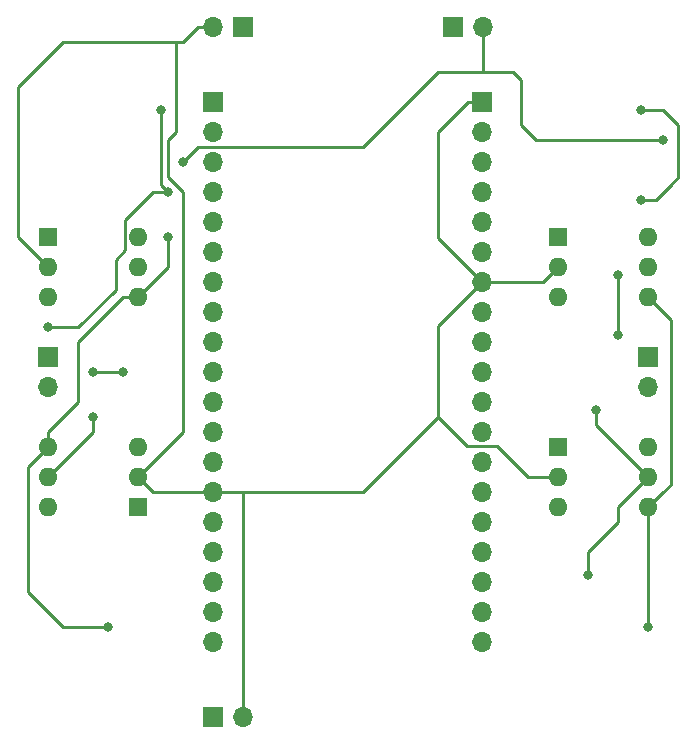
<source format=gbl>
G04 #@! TF.GenerationSoftware,KiCad,Pcbnew,(6.0.2)*
G04 #@! TF.CreationDate,2022-11-25T11:40:26-08:00*
G04 #@! TF.ProjectId,robot_pcb,726f626f-745f-4706-9362-2e6b69636164,rev?*
G04 #@! TF.SameCoordinates,Original*
G04 #@! TF.FileFunction,Copper,L2,Bot*
G04 #@! TF.FilePolarity,Positive*
%FSLAX46Y46*%
G04 Gerber Fmt 4.6, Leading zero omitted, Abs format (unit mm)*
G04 Created by KiCad (PCBNEW (6.0.2)) date 2022-11-25 11:40:26*
%MOMM*%
%LPD*%
G01*
G04 APERTURE LIST*
G04 #@! TA.AperFunction,ComponentPad*
%ADD10R,1.700000X1.700000*%
G04 #@! TD*
G04 #@! TA.AperFunction,ComponentPad*
%ADD11O,1.700000X1.700000*%
G04 #@! TD*
G04 #@! TA.AperFunction,ComponentPad*
%ADD12R,1.600000X1.600000*%
G04 #@! TD*
G04 #@! TA.AperFunction,ComponentPad*
%ADD13O,1.600000X1.600000*%
G04 #@! TD*
G04 #@! TA.AperFunction,ViaPad*
%ADD14C,0.800000*%
G04 #@! TD*
G04 #@! TA.AperFunction,Conductor*
%ADD15C,0.250000*%
G04 #@! TD*
G04 APERTURE END LIST*
D10*
X111760000Y-119380000D03*
D11*
X114300000Y-119380000D03*
D10*
X111760000Y-67320000D03*
D11*
X111760000Y-69860000D03*
X111760000Y-72400000D03*
X111760000Y-74940000D03*
X111760000Y-77480000D03*
X111760000Y-80020000D03*
X111760000Y-82560000D03*
X111760000Y-85100000D03*
X111760000Y-87640000D03*
X111760000Y-90180000D03*
X111760000Y-92720000D03*
X111760000Y-95260000D03*
X111760000Y-97800000D03*
X111760000Y-100340000D03*
X111760000Y-102880000D03*
X111760000Y-105420000D03*
X111760000Y-107960000D03*
X111760000Y-110500000D03*
X111760000Y-113040000D03*
D10*
X114300000Y-60960000D03*
D11*
X111760000Y-60960000D03*
D12*
X140970000Y-78740000D03*
D13*
X140970000Y-81280000D03*
X140970000Y-83820000D03*
X148590000Y-83820000D03*
X148590000Y-81280000D03*
X148590000Y-78740000D03*
D10*
X134560000Y-67310000D03*
D11*
X134560000Y-69850000D03*
X134560000Y-72390000D03*
X134560000Y-74930000D03*
X134560000Y-77470000D03*
X134560000Y-80010000D03*
X134560000Y-82550000D03*
X134560000Y-85090000D03*
X134560000Y-87630000D03*
X134560000Y-90170000D03*
X134560000Y-92710000D03*
X134560000Y-95250000D03*
X134560000Y-97790000D03*
X134560000Y-100330000D03*
X134560000Y-102870000D03*
X134560000Y-105410000D03*
X134560000Y-107950000D03*
X134560000Y-110490000D03*
X134560000Y-113030000D03*
D12*
X97800000Y-78740000D03*
D13*
X97800000Y-81280000D03*
X97800000Y-83820000D03*
X105420000Y-83820000D03*
X105420000Y-81280000D03*
X105420000Y-78740000D03*
D12*
X140980000Y-96535000D03*
D13*
X140980000Y-99075000D03*
X140980000Y-101615000D03*
X148600000Y-101615000D03*
X148600000Y-99075000D03*
X148600000Y-96535000D03*
D10*
X132080000Y-60960000D03*
D11*
X134620000Y-60960000D03*
D10*
X97790000Y-88900000D03*
D11*
X97790000Y-91440000D03*
D10*
X148590000Y-88900000D03*
D11*
X148590000Y-91440000D03*
D12*
X105400000Y-101585000D03*
D13*
X105400000Y-99045000D03*
X105400000Y-96505000D03*
X97780000Y-96505000D03*
X97780000Y-99045000D03*
X97780000Y-101585000D03*
D14*
X104140000Y-90170000D03*
X101600000Y-90170000D03*
X107315000Y-67945000D03*
X107950000Y-74930000D03*
X97790000Y-86360000D03*
X107950000Y-78740000D03*
X149860000Y-70485000D03*
X109220000Y-72390000D03*
X102870000Y-111760000D03*
X148590000Y-111760000D03*
X101600000Y-93980000D03*
X147955000Y-75565000D03*
X147955000Y-67945000D03*
X146050000Y-81915000D03*
X146050000Y-86995000D03*
X144145000Y-93345000D03*
X143510000Y-107315000D03*
D15*
X104140000Y-90170000D02*
X101600000Y-90170000D01*
X138445000Y-99075000D02*
X135794511Y-96424511D01*
X130810000Y-78800000D02*
X134560000Y-82550000D01*
X105400000Y-99045000D02*
X109220000Y-95225000D01*
X107950000Y-70485000D02*
X108585000Y-69850000D01*
X108585000Y-62230000D02*
X99060000Y-62230000D01*
X95250000Y-66040000D02*
X95250000Y-77470000D01*
X106695000Y-100340000D02*
X105400000Y-99045000D01*
X110490000Y-60960000D02*
X109220000Y-62230000D01*
X109220000Y-95225000D02*
X109220000Y-74930000D01*
X140980000Y-99075000D02*
X138445000Y-99075000D01*
X130810000Y-69850000D02*
X130810000Y-78800000D01*
X135794511Y-96424511D02*
X133254511Y-96424511D01*
X139700000Y-82550000D02*
X140970000Y-81280000D01*
X133350000Y-67310000D02*
X130810000Y-69850000D01*
X124450000Y-100340000D02*
X130810000Y-93980000D01*
X114300000Y-100350000D02*
X114310000Y-100340000D01*
X130810000Y-93980000D02*
X130810000Y-86300000D01*
X109220000Y-74930000D02*
X107950000Y-73660000D01*
X97800000Y-81280000D02*
X95250000Y-78730000D01*
X109220000Y-62230000D02*
X108585000Y-62230000D01*
X134560000Y-82550000D02*
X139700000Y-82550000D01*
X130810000Y-86300000D02*
X134560000Y-82550000D01*
X133254511Y-96424511D02*
X130810000Y-93980000D01*
X99060000Y-62230000D02*
X95250000Y-66040000D01*
X108585000Y-69850000D02*
X108585000Y-62230000D01*
X111760000Y-100340000D02*
X114310000Y-100340000D01*
X95250000Y-78730000D02*
X95250000Y-77470000D01*
X111760000Y-100340000D02*
X106695000Y-100340000D01*
X114310000Y-100340000D02*
X124450000Y-100340000D01*
X134560000Y-67310000D02*
X133350000Y-67310000D01*
X111760000Y-60960000D02*
X110490000Y-60960000D01*
X107950000Y-73660000D02*
X107950000Y-70485000D01*
X114300000Y-119380000D02*
X114300000Y-100350000D01*
X97790000Y-86360000D02*
X100330000Y-86360000D01*
X104295489Y-77314511D02*
X106680000Y-74930000D01*
X103505000Y-80645000D02*
X104295489Y-79854511D01*
X103505000Y-83185000D02*
X103505000Y-80645000D01*
X104295489Y-79854511D02*
X104295489Y-77314511D01*
X107315000Y-67945000D02*
X107315000Y-74295000D01*
X106680000Y-74930000D02*
X107950000Y-74930000D01*
X100330000Y-86360000D02*
X103505000Y-83185000D01*
X107315000Y-74295000D02*
X107950000Y-74930000D01*
X150495000Y-99695000D02*
X150495000Y-85725000D01*
X109220000Y-72390000D02*
X110490000Y-71120000D01*
X104140000Y-83820000D02*
X105420000Y-83820000D01*
X130810000Y-64770000D02*
X134620000Y-64770000D01*
X149885000Y-100330000D02*
X149885000Y-100305000D01*
X99060000Y-111760000D02*
X96070480Y-108770480D01*
X134620000Y-60960000D02*
X134620000Y-64770000D01*
X148600000Y-111750000D02*
X148600000Y-101615000D01*
X110490000Y-71120000D02*
X124460000Y-71120000D01*
X105420000Y-83820000D02*
X107950000Y-81290000D01*
X137795000Y-65405000D02*
X137795000Y-69215000D01*
X124460000Y-71120000D02*
X130810000Y-64770000D01*
X96070480Y-108770480D02*
X96070480Y-98214520D01*
X100330000Y-92710000D02*
X100330000Y-87630000D01*
X97780000Y-96505000D02*
X97780000Y-95260000D01*
X102870000Y-111760000D02*
X99060000Y-111760000D01*
X96070480Y-98214520D02*
X97780000Y-96505000D01*
X134620000Y-64770000D02*
X137160000Y-64770000D01*
X107950000Y-81280000D02*
X107950000Y-78740000D01*
X137795000Y-69215000D02*
X139065000Y-70485000D01*
X139065000Y-70485000D02*
X149860000Y-70485000D01*
X107950000Y-81290000D02*
X107950000Y-81280000D01*
X148590000Y-111760000D02*
X148600000Y-111750000D01*
X149885000Y-100305000D02*
X150495000Y-99695000D01*
X149885000Y-100330000D02*
X148600000Y-101615000D01*
X148590000Y-83820000D02*
X150495000Y-85725000D01*
X97780000Y-95260000D02*
X100330000Y-92710000D01*
X100330000Y-87630000D02*
X104140000Y-83820000D01*
X137160000Y-64770000D02*
X137795000Y-65405000D01*
X101600000Y-93980000D02*
X101600000Y-95225000D01*
X101600000Y-95225000D02*
X97780000Y-99045000D01*
X151130000Y-69215000D02*
X151130000Y-69850000D01*
X149225000Y-75565000D02*
X148590000Y-75565000D01*
X151130000Y-73660000D02*
X150495000Y-74295000D01*
X146050000Y-81915000D02*
X146050000Y-86995000D01*
X149860000Y-67945000D02*
X151130000Y-69215000D01*
X148590000Y-75565000D02*
X147955000Y-75565000D01*
X150495000Y-74295000D02*
X149225000Y-75565000D01*
X147955000Y-67945000D02*
X149860000Y-67945000D01*
X151130000Y-73025000D02*
X151130000Y-73660000D01*
X151130000Y-69850000D02*
X151130000Y-73025000D01*
X144145000Y-94620000D02*
X144145000Y-93345000D01*
X146050000Y-102870000D02*
X146050000Y-101625000D01*
X146050000Y-101625000D02*
X148600000Y-99075000D01*
X143510000Y-105410000D02*
X146050000Y-102870000D01*
X143510000Y-107315000D02*
X143510000Y-105410000D01*
X148600000Y-99075000D02*
X144145000Y-94620000D01*
M02*

</source>
